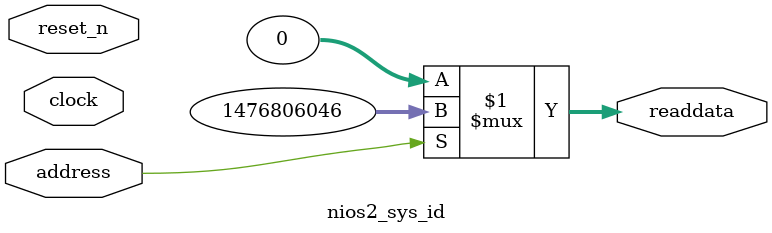
<source format=v>



// synthesis translate_off
`timescale 1ns / 1ps
// synthesis translate_on

// turn off superfluous verilog processor warnings 
// altera message_level Level1 
// altera message_off 10034 10035 10036 10037 10230 10240 10030 

module nios2_sys_id (
               // inputs:
                address,
                clock,
                reset_n,

               // outputs:
                readdata
             )
;

  output  [ 31: 0] readdata;
  input            address;
  input            clock;
  input            reset_n;

  wire    [ 31: 0] readdata;
  //control_slave, which is an e_avalon_slave
  assign readdata = address ? 1476806046 : 0;

endmodule




</source>
